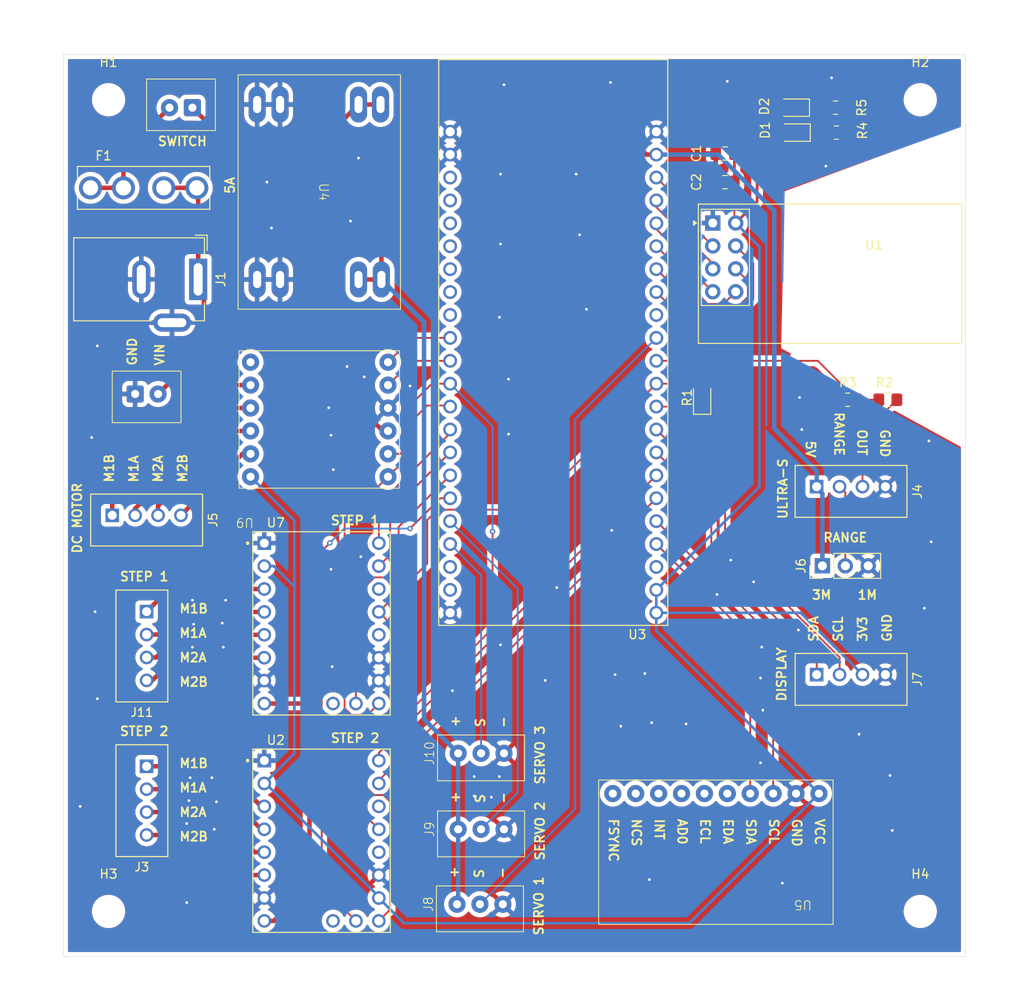
<source format=kicad_pcb>
(kicad_pcb (version 20241229) (generator "pcbnew") (generator_version "9.0")
  (layers (0 "F.Cu" signal) (2 "B.Cu" signal) (13 "F.Paste" user) (15 "B.Paste" user) (5 "F.SilkS" user "F.Silkscreen") (7 "B.SilkS" user "B.Silkscreen") (1 "F.Mask" user) (3 "B.Mask" user) (25 "Edge.Cuts" user))
  (net 0 "")
  (net 1 "GND")
  (net 3 "+3.3V")
  (net 4 "+24V")
  (net 5 "/S12_UART")
  (net 8 "/S2_DIAG")
  (net 14 "Net-(U3-GPIO17)")
  (net 18 "Net-(J4-Pin_2)")
  (net 19 "Net-(J4-Pin_3)")
  (net 20 "/S1_DIAG")
  (net 26 "+5V")
  (net 30 "/NRF_MOSI")
  (net 32 "/NRF_CE")
  (net 33 "/NRF_CLK")
  (net 35 "/NRF_CSN")
  (net 36 "/NRF_MISO")
  (net 37 "/NRF_IRQ")
  (net 38 "/IMU_SCL")
  (net 39 "/IMU_SDA")
  (net 40 "/MC_IN1_S1_EN")
  (net 41 "/MC_IN4")
  (net 43 "/MC_IN2_S2_EN")
  (net 44 "/MC_IN3")
  (net 45 "/DSP_SCL")
  (net 46 "/DSP_SDA")
  (net 47 "/SIG_SERVO_1")
  (net 48 "/SIG_SERVO_2")
  (net 49 "/SIG_SERVO_3")
  (net 50 "/US_OUT")
  (net 51 "/S2_DIR")
  (net 52 "/S2_STEP")
  (net 53 "/S1_DIR")
  (net 54 "/S1_STEP")
  (net 57 "/S2_M1A")
  (net 58 "/S2_M2B")
  (net 59 "/S2_M1B")
  (net 60 "/S2_M2A")
  (net 61 "/S1_M1B")
  (net 62 "/S1_M1A")
  (net 63 "/S1_M2B")
  (net 64 "/S1_M2A")
  (net 65 "Net-(D1-K)")
  (net 66 "Net-(D2-K)")
  (net 67 "/OUT3")
  (net 68 "/OUT1")
  (net 69 "/OUT4")
  (net 70 "/OUT2")
  (footprint "PVDW_custom:Connector_1x2_p2.54_vertical" (layer "F.Cu") (at 107.95 87.63 90)
    (property "Reference" "J2" (hide yes))
    (property "Value" "Conn_01x02_Pin" (hide yes))
  )
  (footprint "PVDW_custom:Connector_1x4_p2.54_vertical_stepper" (layer "F.Cu") (at 109.22 101.601667 180)
    (property "Reference" "J5")
    (property "Value" "MotorController")
  )
  (footprint "Resistor_SMD:R_0805_2012Metric_Pad1.20x1.40mm_HandSolder" (layer "F.Cu") (at 191.405 88.265 180)
    (property "Reference" "R2")
    (property "Value" "4k7" (hide yes))
  )
  (footprint "PVDW_custom:Connector_1x4_p2.54_vertical_stepper" (layer "F.Cu") (at 187.325 98.425 180)
    (property "Reference" "J4")
    (property "Value" "UltraSonic")
  )
  (footprint "PVDW_custom:FUSE_3544-2" (layer "F.Cu") (at 108.89 64.77)
    (property "Reference" "F1")
    (property "Value" "Fuse")
  )
  (footprint "PVDW_custom:3PIN_SERVO" (layer "F.Cu") (at 143.764 127.466 90)
    (property "Reference" "J10")
    (property "Value" "Conn_01x03_Pin" (hide yes))
  )
  (footprint "Resistor_SMD:R_0805_2012Metric_Pad1.20x1.40mm_HandSolder" (layer "F.Cu") (at 186.96 88.265)
    (property "Reference" "R3")
    (property "Value" "10k" (hide yes))
  )
  (footprint "PVDW_custom:MODULE_ESP32-S3-DEVKITC-1U-N8R8" (layer "F.Cu") (at 154.305 81.915 180)
    (property "Reference" "U3")
    (property "Value" "ESP32-S3-DEVKITC-1U-N8R8")
  )
  (footprint "Connector_PinHeader_2.54mm:PinHeader_1x03_P2.54mm_Vertical" (layer "F.Cu") (at 184.15 106.68 90)
    (property "Reference" "J6")
    (property "Value" "Range")
  )
  (footprint "Resistor_SMD:R_0805_2012Metric_Pad1.20x1.40mm_HandSolder" (layer "F.Cu") (at 185.69 58.645 180)
    (property "Reference" "R4")
    (property "Value" "1k2" (hide yes))
  )
  (footprint "PVDW_custom:Connector_1x4_p2.54_vertical_stepper" (layer "F.Cu") (at 108.695 115.57 90)
    (property "Reference" "J11")
    (property "Value" "Stepper_2")
  )
  (footprint "PVDW_custom:3PIN_SERVO" (layer "F.Cu") (at 143.764 135.89 90)
    (property "Reference" "J9")
    (property "Value" "Conn_01x03_Pin" (hide yes))
  )
  (footprint "PVDW_custom:MODULE_TMC2209_SILENTSTEPSTICK" (layer "F.Cu") (at 128.6175 113.058333)
    (property "Reference" "U7")
    (property "Value" "Stepper_1")
  )
  (footprint "PVDW_custom:Connector_1x4_p2.54_vertical_stepper" (layer "F.Cu") (at 108.695 132.715 90)
    (property "Reference" "J3")
    (property "Value" "Stepper_2")
  )
  (footprint "PVDW_custom:Connector_1x4_p2.54_vertical_stepper" (layer "F.Cu") (at 187.325 119.27 180)
    (property "Reference" "J7")
    (property "Value" "Conn_01x04_Pin")
  )
  (footprint "Resistor_SMD:R_0805_2012Metric_Pad1.20x1.40mm_HandSolder" (layer "F.Cu") (at 185.602 55.88 180)
    (property "Reference" "R5")
    (property "Value" "1k2" (hide yes))
  )
  (footprint "PVDW_custom:DRV8833" (layer "F.Cu") (at 128.365 90.451667 180)
    (property "Reference" "U9")
    (property "Value" "~")
  )
  (footprint "PVDW_custom:nRF24L01_Breakout" (layer "F.Cu") (at 171.9955 68.67)
    (property "Reference" "U1")
    (property "Value" "NRF24L01_Breakout")
  )
  (footprint "LED_SMD:LED_0805_2012Metric_Pad1.15x1.40mm_HandSolder" (layer "F.Cu") (at 180.857 55.88 180)
    (property "Reference" "D2")
    (property "Value" "LED_RED" (hide yes))
  )
  (footprint "MountingHole:MountingHole_3.2mm_M3" (layer "F.Cu") (at 105 145)
    (property "Reference" "H3")
    (property "Value" "MountingHole_Pad")
  )
  (footprint "MountingHole:MountingHole_3.2mm_M3" (layer "F.Cu") (at 195 55)
    (property "Reference" "H2")
    (property "Value" "MountingHole_Pad")
  )
  (footprint "PVDW_custom:3PIN_SERVO" (layer "F.Cu") (at 143.637 144.202 90)
    (property "Reference" "J8")
    (property "Value" "Conn_01x03_Pin" (hide yes))
  )
  (footprint "PVDW_custom:DC_Jack_PCB" (layer "F.Cu") (at 114.935 74.915 -90)
    (property "Reference" "J1")
    (property "Value" "Barrel_Jack")
  )
  (footprint "LED_SMD:LED_0805_2012Metric_Pad1.15x1.40mm_HandSolder" (layer "F.Cu") (at 180.945 58.645 180)
    (property "Reference" "D1")
    (property "Value" "LED_GREEN" (hide yes))
  )
  (footprint "PVDW_custom:LM1584EN" (layer "F.Cu") (at 128.365 65.23 -90)
    (property "Reference" "U4")
    (property "Value" "~")
  )
  (footprint "LED_SMD:LED_0805_2012Metric_Pad1.15x1.40mm_HandSolder" (layer "F.Cu") (at 170.815 88.02 90)
    (property "Reference" "R1")
    (property "Value" "R")
  )
  (footprint "PVDW_custom:MPU6500" (layer "F.Cu") (at 172.339 138.43 -90)
    (property "Reference" "U5")
    (property "Value" "~")
  )
  (footprint "Capacitor_SMD:C_0805_2012Metric_Pad1.18x1.45mm_HandSolder" (layer "F.Cu") (at 173.355 64.135 180)
    (property "Reference" "C2")
    (property "Value" "100N" (hide yes))
  )
  (footprint "MountingHole:MountingHole_3.2mm_M3" (layer "F.Cu") (at 195 145)
    (property "Reference" "H4")
    (property "Value" "MountingHole_Pad")
  )
  (footprint "MountingHole:MountingHole_3.2mm_M3" (layer "F.Cu") (at 105 55)
    (property "Reference" "H1")
    (property "Value" "MountingHole_Pad")
  )
  (footprint "PVDW_custom:Connector_1x2_p2.54_vertical" (layer "F.Cu") (at 114.3 55.88 -90)
    (property "Reference" "U8" (hide yes))
    (property "Value" "On_Off" (hide yes))
  )
  (footprint "PVDW_custom:MODULE_TMC2209_SILENTSTEPSTICK" (layer "F.Cu") (at 128.6175 137.16)
    (property "Reference" "U2")
    (property "Value" "Stepper_2")
  )
  (footprint "Capacitor_SMD:C_0805_2012Metric_Pad1.18x1.45mm_HandSolder" (layer "F.Cu") (at 173.355 60.96 180)
    (property "Reference" "C1")
    (property "Value" "4u7" (hide yes))
  )
  (gr_rect (start 100 50) (end 200 150) (stroke (width 0.05)) (fill no) (layer "Edge.Cuts"))
  (gr_text "3M" (at 182.88 110.49 0) (layer "F.SilkS") (effects (font (size 1 1) (thickness 0.2) (bold yes)) (justify left bottom)))
  (gr_text "1M" (at 187.96 110.49 0) (layer "F.SilkS") (effects (font (size 1 1) (thickness 0.2) (bold yes)) (justify left bottom)))
  (gr_text "RANGE" (at 184.15 104.14 0) (layer "F.SilkS") (effects (font (size 1 1) (thickness 0.2) (bold yes)) (justify left bottom)))
  (via (at 113.665 144.018) (size 0.6) (drill 0.3) (layers "F.Cu" "B.Cu") (net 1))
  (via (at 149.352 85.979) (size 0.6) (drill 0.3) (layers "F.Cu" "B.Cu") (net 1))
  (via (at 143.129 120.523) (size 0.6) (drill 0.3) (layers "F.Cu" "B.Cu") (net 1))
  (via (at 185.166 52.578) (size 0.6) (drill 0.3) (layers "F.Cu" "B.Cu") (net 1))
  (via (at 103.759 121.412) (size 0.6) (drill 0.3) (layers "F.Cu" "B.Cu") (net 1))
  (via (at 103.759 82.296) (size 0.6) (drill 0.3) (layers "F.Cu" "B.Cu") (net 1))
  (via (at 177.419 115.697) (size 0.6) (drill 0.3) (layers "F.Cu" "B.Cu") (net 1))
  (via (at 131.445 84.582) (size 0.6) (drill 0.3) (layers "F.Cu" "B.Cu") (net 1))
  (via (at 114.3 110.49) (size 0.6) (drill 0.3) (layers "F.Cu" "B.Cu") (net 1))
  (via (at 138.43 86.741) (size 0.6) (drill 0.3) (layers "F.Cu" "B.Cu") (net 1))
  (via (at 117.729 115.697) (size 0.6) (drill 0.3) (layers "F.Cu" "B.Cu") (net 1))
  (via (at 195.453 111.379) (size 0.6) (drill 0.3) (layers "F.Cu" "B.Cu") (net 1))
  (via (at 177.546 122.682) (size 0.6) (drill 0.3) (layers "F.Cu" "B.Cu") (net 1))
  (via (at 148.463 70.993) (size 0.6) (drill 0.3) (layers "F.Cu" "B.Cu") (net 1))
  (via (at 191.643 129.921) (size 0.6) (drill 0.3) (layers "F.Cu" "B.Cu") (net 1))
  (via (at 195.961 92.837) (size 0.6) (drill 0.3) (layers "F.Cu" "B.Cu") (net 1))
  (via (at 113.665 135.255) (size 0.6) (drill 0.3) (layers "F.Cu" "B.Cu") (net 1))
  (via (at 123.063 69.215) (size 0.6) (drill 0.3) (layers "F.Cu" "B.Cu") (net 1))
  (via (at 173.609 52.959) (size 0.6) (drill 0.3) (layers "F.Cu" "B.Cu") (net 1))
  (via (at 164.973 141.478) (size 0.6) (drill 0.3) (layers "F.Cu" "B.Cu") (net 1))
  (via (at 148.844 53.34) (size 0.6) (drill 0.3) (layers "F.Cu" "B.Cu") (net 1))
  (via (at 160.782 102.743) (size 0.6) (drill 0.3) (layers "F.Cu" "B.Cu") (net 1))
  (via (at 157.226 69.977) (size 0.6) (drill 0.3) (layers "F.Cu" "B.Cu") (net 1))
  (via (at 181.61 88.011) (size 0.6) (drill 0.3) (layers "F.Cu" "B.Cu") (net 1))
  (via (at 116.713 135.89) (size 0.6) (drill 0.3) (layers "F.Cu" "B.Cu") (net 1))
  (via (at 154.686 109.093) (size 0.6) (drill 0.3) (layers "F.Cu" "B.Cu") (net 1))
  (via (at 177.292 128.524) (size 0.6) (drill 0.3) (layers "F.Cu" "B.Cu") (net 1))
  (via (at 161.798 124.46) (size 0.6) (drill 0.3) (layers "F.Cu" "B.Cu") (net 1))
  (via (at 156.845 63.246) (size 0.6) (drill 0.3) (layers "F.Cu" "B.Cu") (net 1))
  (via (at 148.463 63.246) (size 0.6) (drill 0.3) (layers "F.Cu" "B.Cu") (net 1))
  (via (at 181.483 113.792) (size 0.6) (drill 0.3) (layers "F.Cu" "B.Cu") (net 1))
  (via (at 157.988 78.232) (size 0.6) (drill 0.3) (layers "F.Cu" "B.Cu") (net 1))
  (via (at 129.921 96.012) (size 0.6) (drill 0.3) (layers "F.Cu" "B.Cu") (net 1))
  (via (at 148.463 115.443) (size 0.6) (drill 0.3) (layers "F.Cu" "B.Cu") (net 1))
  (via (at 164.465 118.618) (size 0.6) (drill 0.3) (layers "F.Cu" "B.Cu") (net 1))
  (via (at 181.864 91.567) (size 0.6) (drill 0.3) (layers "F.Cu" "B.Cu") (net 1))
  (via (at 114.427 113.157) (size 0.6) (drill 0.3) (layers "F.Cu" "B.Cu") (net 1))
  (via (at 177.292 119.126) (size 0.6) (drill 0.3) (layers "F.Cu" "B.Cu") (net 1))
  (via (at 122.555 64.135) (size 0.6) (drill 0.3) (layers "F.Cu" "B.Cu") (net 1))
  (via (at 145.542 130.048) (size 0.6) (drill 0.3) (layers "F.Cu" "B.Cu") (net 1))
  (via (at 129.667 107.061) (size 0.6) (drill 0.3) (layers "F.Cu" "B.Cu") (net 1))
  (via (at 161.163 118.745) (size 0.6) (drill 0.3) (layers "F.Cu" "B.Cu") (net 1))
  (via (at 147.447 132.334) (size 0.6) (drill 0.3) (layers "F.Cu" "B.Cu") (net 1))
  (via (at 129.667 92.202) (size 0.6) (drill 0.3) (layers "F.Cu" "B.Cu") (net 1))
  (via (at 169.037 124.206) (size 0.6) (drill 0.3) (layers "F.Cu" "B.Cu") (net 1))
  (via (at 116.967 132.842) (size 0.6) (drill 0.3) (layers "F.Cu" "B.Cu") (net 1))
  (via (at 113.919 132.715) (size 0.6) (drill 0.3) (layers "F.Cu" "B.Cu") (net 1))
  (via (at 191.897 136.017) (size 0.6) (drill 0.3) (layers "F.Cu" "B.Cu") (net 1))
  (via (at 117.983 110.49) (size 0.6) (drill 0.3) (layers "F.Cu" "B.Cu") (net 1))
  (via (at 153.416 119.38) (size 0.6) (drill 0.3) (layers "F.Cu" "B.Cu") (net 1))
  (via (at 188.214 125.349) (size 0.6) (drill 0.3) (layers "F.Cu" "B.Cu") (net 1))
  (via (at 165.227 124.079) (size 0.6) (drill 0.3) (layers "F.Cu" "B.Cu") (net 1))
  (via (at 103.505 111.76) (size 0.6) (drill 0.3) (layers "F.Cu" "B.Cu") (net 1))
  (via (at 114.046 130.175) (size 0.6) (drill 0.3) (layers "F.Cu" "B.Cu") (net 1))
  (via (at 114.3 115.697) (size 0.6) (drill 0.3) (layers "F.Cu" "B.Cu") (net 1))
  (via (at 129.413 89.154) (size 0.6) (drill 0.3) (layers "F.Cu" "B.Cu") (net 1))
  (via (at 145.542 132.207) (size 0.6) (drill 0.3) (layers "F.Cu" "B.Cu") (net 1))
  (via (at 196.215 104.013) (size 0.6) (drill 0.3) (layers "F.Cu" "B.Cu") (net 1))
  (via (at 103.124 92.456) (size 0.6) (drill 0.3) (layers "F.Cu" "B.Cu") (net 1))
  (via (at 132.715 61.468) (size 0.6) (drill 0.3) (layers "F.Cu" "B.Cu") (net 1))
  (via (at 179.705 141.859) (size 0.6) (drill 0.3) (layers "F.Cu" "B.Cu") (net 1))
  (via (at 117.602 113.03) (size 0.6) (drill 0.3) (layers "F.Cu" "B.Cu") (net 1))
  (via (at 176.53 108.458) (size 0.6) (drill 0.3) (layers "F.Cu" "B.Cu") (net 1))
  (via (at 133.35 85.725) (size 0.6) (drill 0.3) (layers "F.Cu" "B.Cu") (net 1))
  (via (at 173.99 106.045) (size 0.6) (drill 0.3) (layers "F.Cu" "B.Cu") (net 1))
  (via (at 129.794 117.856) (size 0.6) (drill 0.3) (layers "F.Cu" "B.Cu") (net 1))
  (via (at 148.336 130.048) (size 0.6) (drill 0.3) (layers "F.Cu" "B.Cu") (net 1))
  (via (at 172.466 109.855) (size 0.6) (drill 0.3) (layers "F.Cu" "B.Cu") (net 1))
  (via (at 131.826 68.453) (size 0.6) (drill 0.3) (layers "F.Cu" "B.Cu") (net 1))
  (via (at 149.352 92.075) (size 0.6) (drill 0.3) (layers "F.Cu" "B.Cu") (net 1))
  (via (at 160.655 53.086) (size 0.6) (drill 0.3) (layers "F.Cu" "B.Cu") (net 1))
  (via (at 148.336 79.121) (size 0.6) (drill 0.3) (layers "F.Cu" "B.Cu") (net 1))
  (via (at 101.854 133.35) (size 0.6) (drill 0.3) (layers "F.Cu" "B.Cu") (net 1))
  (via (at 116.459 130.175) (size 0.6) (drill 0.3) (layers "F.Cu" "B.Cu") (net 1))
  (via (at 132.969 105.664) (size 0.6) (drill 0.3) (layers "F.Cu" "B.Cu") (net 1))
  (via (at 184.531 62.357) (size 0.6) (drill 0.3) (layers "F.Cu" "B.Cu") (net 1))
  (segment (start 174.3925 68.527) (end 174.5355 68.67) (width 0.2) (layer "F.Cu") (net 3))
  (segment (start 174.3925 60.96) (end 174.3925 64.135) (width 0.3) (layer "F.Cu") (net 3))
  (segment (start 174.5355 64.278) (end 174.3925 64.135) (width 0.2) (layer "F.Cu") (net 3))
  (segment (start 174.3925 64.135) (end 174.3925 68.527) (width 0.2) (layer "F.Cu") (net 3))
  (segment (start 176.911 66.2945) (end 174.5355 68.67) (width 0.3) (layer "F.Cu") (net 3))
  (segment (start 176.911 61.654) (end 176.911 66.2945) (width 0.3) (layer "F.Cu") (net 3))
  (segment (start 179.92 58.645) (end 176.911 61.654) (width 0.3) (layer "F.Cu") (net 3))
  (segment (start 165.735 109.345) (end 177.165 97.915) (width 0.3) (layer "B.Cu") (net 3))
  (segment (start 125.603 127.4745) (end 122.2675 130.81) (width 0.3) (layer "B.Cu") (net 3))
  (segment (start 122.2675 106.708333) (end 123.333817 106.708333) (width 0.3) (layer "B.Cu") (net 3))
  (segment (start 169.396 146.303) (end 183.769 131.93) (width 0.3) (layer "B.Cu") (net 3))
  (segment (start 137.7605 146.303) (end 169.396 146.303) (width 0.3) (layer "B.Cu") (net 3))
  (segment (start 125.603 101.659667) (end 125.603 108.977516) (width 0.3) (layer "B.Cu") (net 3))
  (segment (start 134.9675 143.51) (end 137.7605 146.303) (width 0.3) (layer "B.Cu") (net 3))
  (segment (start 165.735 111.885) (end 165.735 113.896) (width 0.3) (layer "B.Cu") (net 3))
  (segment (start 165.735 111.885) (end 181.735 111.885) (width 0.3) (layer "B.Cu") (net 3))
  (segment (start 177.165 71.2995) (end 174.5355 68.67) (width 0.3) (layer "B.Cu") (net 3))
  (segment (start 165.735 109.345) (end 165.735 111.885) (width 0.3) (layer "B.Cu") (net 3))
  (segment (start 125.603 108.977516) (end 125.603 127.4745) (width 0.3) (layer "B.Cu") (net 3))
  (segment (start 134.9675 143.355923) (end 134.9675 143.51) (width 0.3) (layer "B.Cu") (net 3))
  (segment (start 122.421577 130.81) (end 134.9675 143.355923) (width 0.3) (layer "B.Cu") (net 3))
  (segment (start 177.165 97.915) (end 177.165 71.2995) (width 0.3) (layer "B.Cu") (net 3))
  (segment (start 181.735 111.885) (end 188.595 118.745) (width 0.3) (layer "B.Cu") (net 3))
  (segment (start 122.2675 130.81) (end 122.421577 130.81) (width 0.3) (layer "B.Cu") (net 3))
  (segment (start 120.745 96.801667) (end 125.603 101.659667) (width 0.3) (layer "B.Cu") (net 3))
  (segment (start 123.333817 106.708333) (end 125.603 108.977516) (width 0.3) (layer "B.Cu") (net 3))
  (segment (start 165.735 113.896) (end 183.769 131.93) (width 0.3) (layer "B.Cu") (net 3))
  (segment (start 114.935 74.915) (end 114.935 64.92) (width 0.5) (layer "F.Cu") (net 4))
  (segment (start 114.935 64.92) (end 114.785 64.77) (width 0.5) (layer "F.Cu") (net 4))
  (segment (start 135.412315 91.721667) (end 127.92 84.229352) (width 0.5) (layer "F.Cu") (net 4))
  (segment (start 127.2815 84.867852) (end 127.2815 121.92) (width 0.5) (layer "F.Cu") (net 4))
  (segment (start 114.3 55.88) (end 118.745 60.325) (width 0.5) (layer "F.Cu") (net 4))
  (segment (start 132.715 55.53) (end 135.155 55.53) (width 0.5) (layer "F.Cu") (net 4))
  (segment (start 106.655 64.77) (end 102.995 64.77) (width 0.5) (layer "F.Cu") (net 4))
  (segment (start 115.57 75.55) (end 115.57 82.55) (width 0.5) (layer "F.Cu") (net 4))
  (segment (start 114.785 64.77) (end 111.125 64.77) (width 0.5) (layer "F.Cu") (net 4))
  (segment (start 127.253167 121.948333) (end 127.2815 121.92) (width 0.5) (layer "F.Cu") (net 4))
  (segment (start 127.92 84.229352) (end 127.2815 84.867852) (width 0.5) (layer "F.Cu") (net 4))
  (segment (start 127.2815 121.92) (end 127.2815 142.102317) (width 0.5) (layer "F.Cu") (net 4))
  (segment (start 127.92 84.229352) (end 127.92 60.325) (width 0.5) (layer "F.Cu") (net 4))
  (segment (start 127.2815 142.102317) (end 123.333817 146.05) (width 0.5) (layer "F.Cu") (net 4))
  (segment (start 135.985 91.721667) (end 135.412315 91.721667) (width 0.5) (layer "F.Cu") (net 4))
  (segment (start 123.333817 146.05) (end 122.2675 146.05) (width 0.5) (layer "F.Cu") (net 4))
  (segment (start 115.57 82.55) (end 110.49 87.63) (width 0.5) (layer "F.Cu") (net 4))
  (segment (start 127.92 60.325) (end 132.715 55.53) (width 0.5) (layer "F.Cu") (net 4))
  (segment (start 118.745 60.325) (end 127.92 60.325) (width 0.5) (layer "F.Cu") (net 4))
  (segment (start 122.2675 121.948333) (end 127.253167 121.948333) (width 0.5) (layer "F.Cu") (net 4))
  (segment (start 106.655 60.985) (end 111.76 55.88) (width 0.5) (layer "F.Cu") (net 4))
  (segment (start 114.935 74.915) (end 115.57 75.55) (width 0.5) (layer "F.Cu") (net 4))
  (segment (start 106.655 64.77) (end 106.655 60.985) (width 0.5) (layer "F.Cu") (net 4))
  (segment (start 132.715 133.6375) (end 132.715 127.635) (width 0.2) (layer "F.Cu") (net 5))
  (segment (start 132.715 127.635) (end 137.795 122.555) (width 0.2) (layer "F.Cu") (net 5))
  (segment (start 137.795 114.615833) (end 134.9675 111.788333) (width 0.2) (layer "F.Cu") (net 5))
  (segment (start 134.9675 135.89) (end 132.715 133.6375) (width 0.2) (layer "F.Cu") (net 5))
  (segment (start 137.795 122.555) (end 137.795 114.615833) (width 0.2) (layer "F.Cu") (net 5))
  (segment (start 140.335 101.6) (end 140.335 106.420833) (width 0.2) (layer "F.Cu") (net 5))
  (segment (start 165.735 86.485) (end 170.305 86.485) (width 0.2) (layer "F.Cu") (net 5))
  (segment (start 140.335 106.420833) (end 134.9675 111.788333) (width 0.2) (layer "F.Cu") (net 5))
  (segment (start 151.769 100.451) (end 141.484 100.451) (width 0.2) (layer "F.Cu") (net 5))
  (segment (start 141.484 100.451) (end 140.335 101.6) (width 0.2) (layer "F.Cu") (net 5))
  (segment (start 165.735 86.485) (end 151.769 100.451) (width 0.2) (layer "F.Cu") (net 5))
  (segment (start 170.305 86.485) (end 170.815 86.995) (width 0.2) (layer "F.Cu") (net 5))
  (segment (start 128.6325 105.0475) (end 128.6325 142.255) (width 0.2) (layer "F.Cu") (net 8))
  (segment (start 142.875 99.185) (end 141.793127 99.185) (width 0.2) (layer "F.Cu") (net 8))
  (segment (start 141.793127 99.185) (end 138.43 102.548127) (width 0.2) (layer "F.Cu") (net 8))
  (segment (start 129.54 104.14) (end 128.6325 105.0475) (width 0.2) (layer "F.Cu") (net 8))
  (segment (start 128.6325 142.255) (end 132.4275 146.05) (width 0.2) (layer "F.Cu") (net 8))
  (via (at 129.54 104.14) (size 0.6) (drill 0.3) (layers "F.Cu" "B.Cu") (net 8))
  (via (at 138.43 102.548127) (size 0.6) (drill 0.3) (layers "F.Cu" "B.Cu") (net 8))
  (segment (start 138.43 102.548127) (end 131.131873 102.548127) (width 0.2) (layer "B.Cu") (net 8))
  (segment (start 131.131873 102.548127) (end 129.54 104.14) (width 0.2) (layer "B.Cu") (net 8))
  (segment (start 165.735 89.025) (end 170.795 89.025) (width 0.2) (layer "F.Cu") (net 14))
  (segment (start 170.795 89.025) (end 170.815 89.045) (width 0.2) (layer "F.Cu") (net 14))
  (segment (start 186.055 97.9) (end 186.69 98.535) (width 0.2) (layer "F.Cu") (net 18))
  (segment (start 186.69 98.535) (end 186.69 106.68) (width 0.2) (layer "F.Cu") (net 18))
  (segment (start 188.595 97.9) (end 188.595 92.075) (width 0.2) (layer "F.Cu") (net 19))
  (segment (start 188.595 92.075) (end 192.405 88.265) (width 0.2) (layer "F.Cu") (net 19))
  (segment (start 132.4275 110.013494) (end 132.4275 121.948333) (width 0.2) (layer "F.Cu") (net 20))
  (segment (start 137.16 107.315) (end 136.511667 107.963333) (width 0.2) (layer "F.Cu") (net 20))
  (segment (start 136.511667 107.963333) (end 134.477661 107.963333) (width 0.2) (layer "F.Cu") (net 20))
  (segment (start 137.16 102.36) (end 137.16 107.315) (width 0.2) (layer "F.Cu") (net 20))
  (segment (start 134.477661 107.963333) (end 132.4275 110.013494) (width 0.2) (layer "F.Cu") (net 20))
  (segment (start 142.875 96.645) (end 137.16 102.36) (width 0.2) (layer "F.Cu") (net 20))
  (segment (start 179.832 55.88) (end 160.746127 55.88) (width 0.5) (layer "F.Cu") (net 26))
  (segment (start 135.255 74.93) (end 135.255 63.313945) (width 0.5) (layer "F.Cu") (net 26))
  (segment (start 160.746127 55.88) (end 160.097127 56.529) (width 0.5) (layer "F.Cu") (net 26))
  (segment (start 135.255 63.313945) (end 142.039945 56.529) (width 0.5) (layer "F.Cu") (net 26))
  (segment (start 164.653127 61.085) (end 165.735 61.085) (width 0.5) (layer "F.Cu") (net 26))
  (segment (start 142.039945 56.529) (end 160.097127 56.529) (width 0.5) (layer "F.Cu") (net 26))
  (segment (start 160.097127 56.529) (end 164.653127 61.085) (width 0.5) (layer "F.Cu") (net 26))
  (segment (start 132.715 74.93) (end 135.255 74.93) (width 0.5) (layer "F.Cu") (net 26))
  (segment (start 184.15 98.679) (end 184.15 106.68) (width 0.5) (layer "B.Cu") (net 26))
  (segment (start 139.981 79.656) (end 139.981 123.683) (width 0.5) (layer "B.Cu") (net 26))
  (segment (start 178.816 91.405) (end 178.761661 91.405) (width 0.5) (layer "B.Cu") (net 26))
  (segment (start 143.764 144.075) (end 143.637 144.202) (width 0.5) (layer "B.Cu") (net 26))
  (segment (start 135.255 74.93) (end 139.981 79.656) (width 0.5) (layer "B.Cu") (net 26))
  (segment (start 165.735 61.085) (end 172.591 61.085) (width 0.5) (layer "B.Cu") (net 26))
  (segment (start 183.515 98.044) (end 184.15 98.679) (width 0.5) (layer "B.Cu") (net 26))
  (segment (start 183.515 96.158339) (end 183.515 97.9) (width 0.5) (layer "B.Cu") (net 26))
  (segment (start 139.981 123.683) (end 143.764 127.466) (width 0.5) (layer "B.Cu") (net 26))
  (segment (start 143.764 127.466) (end 143.764 135.89) (width 0.5) (layer "B.Cu") (net 26))
  (segment (start 183.515 97.9) (end 183.515 98.044) (width 0.5) (layer "B.Cu") (net 26))
  (segment (start 178.761661 91.405) (end 183.515 96.158339) (width 0.5) (layer "B.Cu") (net 26))
  (segment (start 172.591 61.085) (end 178.816 67.31) (width 0.5) (layer "B.Cu") (net 26))
  (segment (start 143.764 135.89) (end 143.764 144.075) (width 0.5) (layer "B.Cu") (net 26))
  (segment (start 178.816 67.31) (end 178.816 91.405) (width 0.5) (layer "B.Cu") (net 26))
  (segment (start 175.8865 76.849603) (end 174.494103 78.242) (width 0.2) (layer "F.Cu") (net 30))
  (segment (start 175.8865 75.101) (end 175.8865 76.849603) (width 0.2) (layer "F.Cu") (net 30))
  (segment (start 174.494103 78.242) (end 170.192 78.242) (width 0.2) (layer "F.Cu") (net 30))
  (segment (start 174.5355 73.75) (end 175.8865 75.101) (width 0.2) (layer "F.Cu") (net 30))
  (segment (start 170.192 78.242) (end 165.735 73.785) (width 0.2) (layer "F.Cu") (net 30))
  (segment (start 171.9955 71.21) (end 170.6445 69.859) (width 0.2) (layer "F.Cu") (net 32))
  (segment (start 169.164 68.326) (end 169.164 67.054) (width 0.2) (layer "F.Cu") (net 32))
  (segment (start 169.164 67.054) (end 165.735 63.625) (width 0.2) (layer "F.Cu") (net 32))
  (segment (start 170.6445 69.859) (end 170.6445 69.8065) (width 0.2) (layer "F.Cu") (net 32))
  (segment (start 170.6445 69.8065) (end 169.164 68.326) (width 0.2) (layer "F.Cu") (net 32))
  (segment (start 165.735 66.914605) (end 165.735 66.165) (width 0.2) (layer "F.Cu") (net 33))
  (segment (start 171.9955 73.75) (end 171.9955 73.175105) (width 0.2) (layer "F.Cu") (net 33))
  (segment (start 171.9955 73.175105) (end 165.735 66.914605) (width 0.2) (layer "F.Cu") (net 33))
  (segment (start 169.586058 78.486) (end 167.896 78.486) (width 0.2) (layer "F.Cu") (net 35))
  (segment (start 176.4875 77.098545) (end 174.743045 78.843) (width 0.2) (layer "F.Cu") (net 35))
  (segment (start 174.5355 71.21) (end 176.4875 73.162) (width 0.2) (layer "F.Cu") (net 35))
  (segment (start 176.4875 73.162) (end 176.4875 77.098545) (width 0.2) (layer "F.Cu") (net 35))
  (segment (start 174.743045 78.843) (end 169.943058 78.843) (width 0.2) (layer "F.Cu") (net 35))
  (segment (start 169.943058 78.843) (end 169.586058 78.486) (width 0.2) (layer "F.Cu") (net 35))
  (segment (start 167.896 78.486) (end 165.735 76.325) (width 0.2) (layer "F.Cu") (net 35))
  (segment (start 171.9955 76.29) (end 170.053 74.3475) (width 0.2) (layer "F.Cu") (net 36))
  (segment (start 165.735 69.342) (end 165.735 68.705) (width 0.2) (layer "F.Cu") (net 36))
  (segment (start 170.053 73.66) (end 165.735 69.342) (width 0.2) (layer "F.Cu") (net 36))
  (segment (start 170.053 74.3475) (end 170.053 73.66) (width 0.2) (layer "F.Cu") (net 36))
  (segment (start 169.418 75.623103) (end 169.418 74.928) (width 0.2) (layer "F.Cu") (net 37))
  (segment (start 174.5355 76.29) (end 173.1845 77.641) (width 0.2) (layer "F.Cu") (net 37))
  (segment (start 171.435897 77.641) (end 169.418 75.623103) (width 0.2) (layer "F.Cu") (net 37))
  (segment (start 169.418 74.928) (end 165.735 71.245) (width 0.2) (layer "F.Cu") (net 37))
  (segment (start 173.1845 77.641) (end 171.435897 77.641) (width 0.2) (layer "F.Cu") (net 37))
  (segment (start 178.689 114.679) (end 178.689 131.93) (width 0.2) (layer "F.Cu") (net 38))
  (segment (start 165.735 101.725) (end 178.689 114.679) (width 0.2) (layer "F.Cu") (net 38))
  (segment (start 176.149 114.679) (end 165.735 104.265) (width 0.2) (layer "F.Cu") (net 39))
  (segment (start 176.149 131.93) (end 176.149 114.679) (width 0.2) (layer "F.Cu") (net 39))
  (segment (start 142.75 88.9) (end 140.335 88.9) (width 0.2) (layer "F.Cu") (net 40))
  (segment (start 139.065 90.17) (end 139.065 93.721667) (width 0.2) (layer "F.Cu") (net 40))
  (segment (start 134.9675 121.948333) (end 133.7125 123.203333) (width 0.2) (layer "F.Cu") (net 40))
  (segment (start 139.065 93.721667) (end 135.985 96.801667) (width 0.2) (layer "F.Cu") (net 40))
  (segment (start 142.875 89.025) (end 142.75 88.9) (width 0.2) (layer "F.Cu") (net 40))
  (segment (start 131.907661 123.203333) (end 131.1725 122.468172) (width 0.2) (layer "F.Cu") (net 40))
  (segment (start 140.335 88.9) (end 139.065 90.17) (width 0.2) (layer "F.Cu") (net 40))
  (segment (start 131.1725 101.614167) (end 135.985 96.801667) (width 0.2) (layer "F.Cu") (net 40))
  (segment (start 133.7125 123.203333) (end 131.907661 123.203333) (width 0.2) (layer "F.Cu") (net 40))
  (segment (start 131.1725 122.468172) (end 131.1725 101.614167) (width 0.2) (layer "F.Cu") (net 40))
  (segment (start 138.681667 81.405) (end 135.985 84.101667) (width 0.2) (layer "F.Cu") (net 41))
  (segment (start 142.875 81.405) (end 138.681667 81.405) (width 0.2) (layer "F.Cu") (net 41))
  (segment (start 137.328502 94.261667) (end 135.985 94.261667) (width 0.2) (layer "F.Cu") (net 43))
  (segment (start 142.875 86.485) (end 140.845 86.485) (width 0.2) (layer "F.Cu") (net 43))
  (segment (start 134.447661 132.095) (end 133.316 130.963339) (width 0.2) (layer "F.Cu") (net 43))
  (segment (start 140.845 86.485) (end 138.036 89.294) (width 0.2) (layer "F.Cu") (net 43))
  (segment (start 134.9675 146.05) (end 136.2225 144.795) (width 0.2) (layer "F.Cu") (net 43))
  (segment (start 133.316 127.883942) (end 147.574 113.625942) (width 0.2) (layer "F.Cu") (net 43))
  (segment (start 138.036 89.294) (end 138.036 93.554169) (width 0.2) (layer "F.Cu") (net 43))
  (segment (start 136.2225 144.795) (end 136.2225 132.830161) (width 0.2) (layer "F.Cu") (net 43))
  (segment (start 133.316 130.963339) (end 133.316 127.883942) (width 0.2) (layer "F.Cu") (net 43))
  (segment (start 138.036 93.554169) (end 137.328502 94.261667) (width 0.2) (layer "F.Cu") (net 43))
  (segment (start 136.2225 132.830161) (end 135.487339 132.095) (width 0.2) (layer "F.Cu") (net 43))
  (segment (start 147.574 113.625942) (end 147.574 102.87) (width 0.2) (layer "F.Cu") (net 43))
  (segment (start 135.487339 132.095) (end 134.447661 132.095) (width 0.2) (layer "F.Cu") (net 43))
  (via (at 147.574 102.87) (size 0.6) (drill 0.3) (layers "F.Cu" "B.Cu") (net 43))
  (segment (start 147.574 91.184) (end 142.875 86.485) (width 0.2) (layer "B.Cu") (net 43))
  (segment (start 147.574 102.87) (end 147.574 91.184) (width 0.2) (layer "B.Cu") (net 43))
  (segment (start 138.681667 83.945) (end 135.985 86.641667) (width 0.2) (layer "F.Cu") (net 44))
  (segment (start 142.875 83.945) (end 138.681667 83.945) (width 0.2) (layer "F.Cu") (net 44))
  (segment (start 186.055 116.84) (end 173.355 104.14) (width 0.2) (layer "F.Cu") (net 45))
  (segment (start 173.355 104.14) (end 173.355 99.185) (width 0.2) (layer "F.Cu") (net 45))
  (segment (start 173.355 99.185) (end 165.735 91.565) (width 0.2) (layer "F.Cu") (net 45))
  (segment (start 186.055 118.745) (end 186.055 116.84) (width 0.2) (layer "F.Cu") (net 45))
  (segment (start 171.831 100.201) (end 165.735 94.105) (width 0.2) (layer "F.Cu") (net 46))
  (segment (start 171.831 105.283) (end 171.831 100.201) (width 0.2) (layer "F.Cu") (net 46))
  (segment (start 183.515 118.745) (end 183.515 116.967) (width 0.2) (layer "F.Cu") (net 46))
  (segment (start 183.515 116.967) (end 171.831 105.283) (width 0.2) (layer "F.Cu") (net 46))
  (segment (start 156.718 133.661) (end 156.718 90.422) (width 0.2) (layer "B.Cu") (net 47))
  (segment (start 146.177 144.202) (end 156.718 133.661) (width 0.2) (layer "B.Cu") (net 47))
  (segment (start 156.718 90.422) (end 165.735 81.405) (width 0.2) (layer "B.Cu") (net 47))
  (segment (start 150.368 109.218) (end 142.875 101.725) (width 0.2) (layer "B.Cu") (net 48))
  (segment (start 146.304 135.89) (end 150.368 131.826) (width 0.2) (layer "B.Cu") (net 48))
  (segment (start 150.368 131.826) (end 150.368 109.218) (width 0.2) (layer "B.Cu") (net 48))
  (segment (start 146.304 107.694) (end 142.875 104.265) (width 0.2) (layer "B.Cu") (net 49))
  (segment (start 146.304 127.466) (end 146.304 107.694) (width 0.2) (layer "B.Cu") (net 49))
  (segment (start 190.405 88.265) (end 187.96 88.265) (width 0.2) (layer "F.Cu") (net 50))
  (segment (start 165.735 83.945) (end 183.64 83.945) (width 0.2) (layer "F.Cu") (net 50))
  (segment (start 183.64 83.945) (end 187.96 88.265) (width 0.2) (layer "F.Cu") (net 50))
  (segment (start 134.9675 127.4125) (end 165.735 96.645) (width 0.2) (layer "F.Cu") (net 51))
  (segment (start 134.9675 128.27) (end 134.9675 127.4125) (width 0.2) (layer "F.Cu") (net 51))
  (segment (start 164.469 100.961) (end 164.469 100.451) (width 0.2) (layer "F.Cu") (net 52))
  (segment (start 134.9675 130.4625) (end 164.469 100.961) (width 0.2) (layer "F.Cu") (net 52))
  (segment (start 164.469 100.451) (end 165.735 99.185) (width 0.2) (layer "F.Cu") (net 52))
  (segment (start 134.9675 130.81) (end 134.9675 130.4625) (width 0.2) (layer "F.Cu") (net 52))
  (segment (start 134.9675 99.871191) (end 134.9675 104.168333) (width 0.2) (layer "F.Cu") (net 53))
  (segment (start 142.875 91.963691) (end 134.9675 99.871191) (width 0.2) (layer "F.Cu") (net 53))
  (segment (start 142.875 91.565) (end 142.875 91.963691) (width 0.2) (layer "F.Cu") (net 53))
  (segment (start 136.2225 100.7575) (end 136.2225 105.453333) (width 0.2) (layer "F.Cu") (net 54))
  (segment (start 142.875 94.105) (end 136.2225 100.7575) (width 0.2) (layer "F.Cu") (net 54))
  (segment (start 136.2225 105.453333) (end 134.9675 106.708333) (width 0.2) (layer "F.Cu") (net 54))
  (segment (start 122.2675 135.89) (end 121.92 135.89) (width 0.5) (layer "F.Cu") (net 57))
  (segment (start 117.475 131.445) (end 109.22 131.445) (width 0.5) (layer "F.Cu") (net 57))
  (segment (start 121.92 135.89) (end 117.475 131.445) (width 0.5) (layer "F.Cu") (net 57))
  (segment (start 115.57 136.525) (end 109.22 136.525) (width 0.5) (layer "F.Cu") (net 58))
  (segment (start 122.2675 140.97) (end 120.015 140.97) (width 0.5) (layer "F.Cu") (net 58))
  (segment (start 120.015 140.97) (end 115.57 136.525) (width 0.5) (layer "F.Cu") (net 58))
  (segment (start 117.475 128.905) (end 109.22 128.905) (width 0.5) (layer "F.Cu") (net 59))
  (segment (start 122.2675 133.35) (end 121.92 133.35) (width 0.5) (layer "F.Cu") (net 59))
  (segment (start 121.92 133.35) (end 117.475 128.905) (width 0.5) (layer "F.Cu") (net 59))
  (segment (start 116.756183 133.985) (end 109.22 133.985) (width 0.5) (layer "F.Cu") (net 60))
  (segment (start 121.201183 138.43) (end 116.756183 133.985) (width 0.5) (layer "F.Cu") (net 60))
  (segment (start 122.2675 138.43) (end 121.201183 138.43) (width 0.5) (layer "F.Cu") (net 60))
  (segment (start 122.2675 109.248333) (end 111.731667 109.248333) (width 0.5) (layer "F.Cu") (net 61))
  (segment (start 111.731667 109.248333) (end 109.22 111.76) (width 0.5) (layer "F.Cu") (net 61))
  (segment (start 110.69 114.3) (end 109.22 114.3) (width 0.5) (layer "F.Cu") (net 62))
  (segment (start 122.2675 111.788333) (end 113.201667 111.788333) (width 0.5) (layer "F.Cu") (net 62))
  (segment (start 113.201667 111.788333) (end 110.69 114.3) (width 0.5) (layer "F.Cu") (net 62))
  (segment (start 122.2675 116.868333) (end 112.367135 116.868333) (width 0.5) (layer "F.Cu") (net 63))
  (segment (start 112.367135 116.868333) (end 109.855468 119.38) (width 0.5) (layer "F.Cu") (net 63))
  (segment (start 109.855468 119.38) (end 109.22 119.38) (width 0.5) (layer "F.Cu") (net 63))
  (segment (start 110.272734 116.84) (end 109.22 116.84) (width 0.5) (layer "F.Cu") (net 64))
  (segment (start 122.2675 114.328333) (end 112.784401 114.328333) (width 0.5) (layer "F.Cu") (net 64))
  (segment (start 112.784401 114.328333) (end 110.272734 116.84) (width 0.5) (layer "F.Cu") (net 64))
  (segment (start 181.97 58.645) (end 184.69 58.645) (width 0.2) (layer "F.Cu") (net 65))
  (segment (start 181.882 55.88) (end 184.602 55.88) (width 0.2) (layer "F.Cu") (net 66))
  (segment (start 110.49 100.01035) (end 110.49 101.076667) (width 0.5) (layer "F.Cu") (net 67))
  (segment (start 118.778683 91.721667) (end 110.49 100.01035) (width 0.5) (layer "F.Cu") (net 67))
  (segment (start 120.745 91.721667) (end 118.778683 91.721667) (width 0.5) (layer "F.Cu") (net 67))
  (segment (start 118.591 86.641667) (end 105.41 99.822667) (width 0.5) (layer "F.Cu") (net 68))
  (segment (start 105.41 99.822667) (end 105.41 101.076667) (width 0.5) (layer "F.Cu") (net 68))
  (segment (start 120.745 86.641667) (end 118.591 86.641667) (width 0.5) (layer "F.Cu") (net 68))
  (segment (start 120.745 94.261667) (end 119.845 94.261667) (width 0.5) (layer "F.Cu") (net 69))
  (segment (start 119.845 94.261667) (end 113.03 101.076667) (width 0.5) (layer "F.Cu") (net 69))
  (segment (start 107.95 100.33) (end 107.95 101.076667) (width 0.5) (layer "F.Cu") (net 70))
  (segment (start 120.745 89.181667) (end 119.098333 89.181667) (width 0.5) (layer "F.Cu") (net 70))
  (segment (start 119.098333 89.181667) (end 107.95 100.33) (width 0.5) (layer "F.Cu") (net 70))
  (zone (net 1) (net_name "GND") (layer "F.Cu") (connect_pads (clearance 0.5)) (min_thickness 0.25) (fill yes (thermal_gap 0.5) (thermal_bridge_width 0.5))
    (polygon (pts (xy 92.964 43.942) (xy 206.502 45.72) (xy 205.486 55.753) (xy 179.959 65.151) (xy 179.578 82.55) (xy 201.549 94.615) (xy 202.946 153.035) (xy 93.218 152.273)))
  )
  (zone (net 1) (net_name "GND") (layer "B.Cu") (priority 1) (connect_pads (clearance 0.5)) (min_thickness 0.25) (fill yes (thermal_gap 0.5) (thermal_bridge_width 0.5))
    (polygon (pts (xy 93.091 46.609) (xy 203.708 47.752) (xy 204.089 56.388) (xy 179.959 65.024) (xy 179.705 82.931) (xy 201.168 94.615) (xy 202.946 152.654) (xy 93.091 152.4)))
  )
)
</source>
